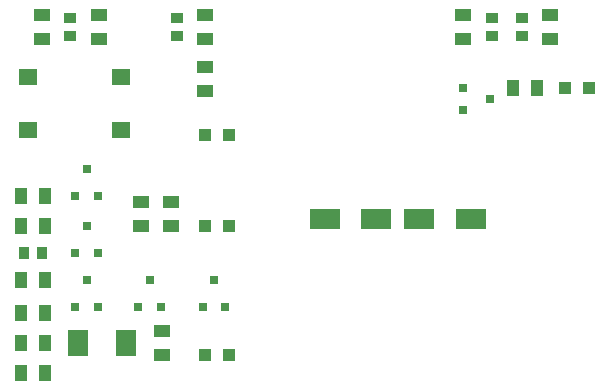
<source format=gtp>
G04*
G04 #@! TF.GenerationSoftware,Altium Limited,Altium Designer,20.2.4 (192)*
G04*
G04 Layer_Color=8421504*
%FSLAX25Y25*%
%MOIN*%
G70*
G04*
G04 #@! TF.SameCoordinates,F9DD2519-DED0-4D21-AB53-5B03216E6D2C*
G04*
G04*
G04 #@! TF.FilePolarity,Positive*
G04*
G01*
G75*
%ADD14R,0.03000X0.03000*%
%ADD15R,0.03400X0.04200*%
%ADD16R,0.04000X0.05500*%
%ADD17R,0.10433X0.07087*%
%ADD18R,0.04200X0.03400*%
%ADD19R,0.03000X0.03000*%
%ADD20R,0.05500X0.04000*%
%ADD21R,0.07087X0.08780*%
%ADD22R,0.07087X0.08795*%
%ADD23R,0.03937X0.04331*%
%ADD24R,0.06100X0.05200*%
D14*
X165500Y-35750D02*
D03*
X174500Y-39500D02*
D03*
X165500Y-43250D02*
D03*
D15*
X25000Y-91000D02*
D03*
X19000D02*
D03*
D16*
X26000Y-100000D02*
D03*
X18000D02*
D03*
Y-72000D02*
D03*
X26000D02*
D03*
Y-82000D02*
D03*
X18000D02*
D03*
X26000Y-131000D02*
D03*
X18000D02*
D03*
Y-111000D02*
D03*
X26000D02*
D03*
X18000Y-121000D02*
D03*
X26000D02*
D03*
X182000Y-36000D02*
D03*
X190000D02*
D03*
D17*
X119339Y-79500D02*
D03*
X136661D02*
D03*
X168161D02*
D03*
X150839D02*
D03*
D18*
X185000Y-18500D02*
D03*
Y-12500D02*
D03*
X175000Y-18500D02*
D03*
Y-12500D02*
D03*
X70000D02*
D03*
Y-18500D02*
D03*
X34500Y-12500D02*
D03*
Y-18500D02*
D03*
D19*
X36250Y-72000D02*
D03*
X40000Y-63000D02*
D03*
X43750Y-72000D02*
D03*
X36250Y-91000D02*
D03*
X40000Y-82000D02*
D03*
X43750Y-91000D02*
D03*
X57250Y-109000D02*
D03*
X61000Y-100000D02*
D03*
X64750Y-109000D02*
D03*
X36250D02*
D03*
X40000Y-100000D02*
D03*
X43750Y-109000D02*
D03*
X86250D02*
D03*
X82500Y-100000D02*
D03*
X78750Y-109000D02*
D03*
D20*
X58000Y-74000D02*
D03*
Y-82000D02*
D03*
X68000D02*
D03*
Y-74000D02*
D03*
X79500Y-29000D02*
D03*
Y-37000D02*
D03*
X194500Y-19500D02*
D03*
Y-11500D02*
D03*
X165500Y-19500D02*
D03*
Y-11500D02*
D03*
X79500Y-19500D02*
D03*
Y-11500D02*
D03*
X25000D02*
D03*
Y-19500D02*
D03*
X65000Y-125000D02*
D03*
Y-117000D02*
D03*
X44000Y-11500D02*
D03*
Y-19500D02*
D03*
D21*
X37000Y-121000D02*
D03*
D22*
X53000D02*
D03*
D23*
X87437Y-82000D02*
D03*
X79563D02*
D03*
X87437Y-51500D02*
D03*
X79563D02*
D03*
X207437Y-36000D02*
D03*
X199563D02*
D03*
X87437Y-125000D02*
D03*
X79563D02*
D03*
D24*
X20350Y-49858D02*
D03*
Y-32142D02*
D03*
X51650D02*
D03*
Y-49858D02*
D03*
M02*

</source>
